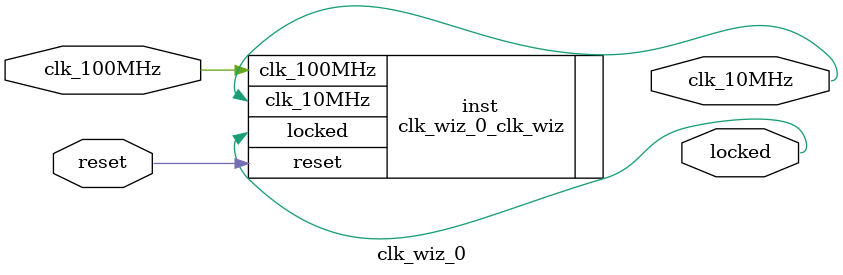
<source format=v>


`timescale 1ps/1ps

(* CORE_GENERATION_INFO = "clk_wiz_0,clk_wiz_v6_0_3_0_0,{component_name=clk_wiz_0,use_phase_alignment=true,use_min_o_jitter=false,use_max_i_jitter=false,use_dyn_phase_shift=false,use_inclk_switchover=false,use_dyn_reconfig=false,enable_axi=0,feedback_source=FDBK_AUTO,PRIMITIVE=MMCM,num_out_clk=1,clkin1_period=10.000,clkin2_period=10.000,use_power_down=false,use_reset=true,use_locked=true,use_inclk_stopped=false,feedback_type=SINGLE,CLOCK_MGR_TYPE=NA,manual_override=false}" *)

module clk_wiz_0 
 (
  // Clock out ports
  output        clk_10MHz,
  // Status and control signals
  input         reset,
  output        locked,
 // Clock in ports
  input         clk_100MHz
 );

  clk_wiz_0_clk_wiz inst
  (
  // Clock out ports  
  .clk_10MHz(clk_10MHz),
  // Status and control signals               
  .reset(reset), 
  .locked(locked),
 // Clock in ports
  .clk_100MHz(clk_100MHz)
  );

endmodule

</source>
